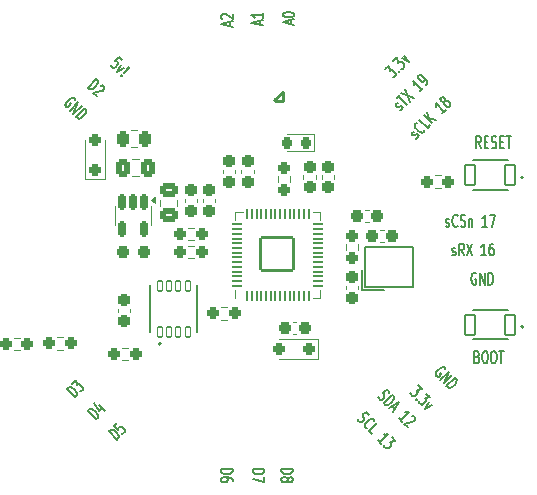
<source format=gto>
G04 #@! TF.GenerationSoftware,KiCad,Pcbnew,8.0.4*
G04 #@! TF.CreationDate,2024-10-01T08:13:03+02:00*
G04 #@! TF.ProjectId,RP2040_roundStamp_secondIteration,52503230-3430-45f7-926f-756e64537461,rev?*
G04 #@! TF.SameCoordinates,Original*
G04 #@! TF.FileFunction,Legend,Top*
G04 #@! TF.FilePolarity,Positive*
%FSLAX46Y46*%
G04 Gerber Fmt 4.6, Leading zero omitted, Abs format (unit mm)*
G04 Created by KiCad (PCBNEW 8.0.4) date 2024-10-01 08:13:03*
%MOMM*%
%LPD*%
G01*
G04 APERTURE LIST*
G04 Aperture macros list*
%AMRoundRect*
0 Rectangle with rounded corners*
0 $1 Rounding radius*
0 $2 $3 $4 $5 $6 $7 $8 $9 X,Y pos of 4 corners*
0 Add a 4 corners polygon primitive as box body*
4,1,4,$2,$3,$4,$5,$6,$7,$8,$9,$2,$3,0*
0 Add four circle primitives for the rounded corners*
1,1,$1+$1,$2,$3*
1,1,$1+$1,$4,$5*
1,1,$1+$1,$6,$7*
1,1,$1+$1,$8,$9*
0 Add four rect primitives between the rounded corners*
20,1,$1+$1,$2,$3,$4,$5,0*
20,1,$1+$1,$4,$5,$6,$7,0*
20,1,$1+$1,$6,$7,$8,$9,0*
20,1,$1+$1,$8,$9,$2,$3,0*%
%AMHorizOval*
0 Thick line with rounded ends*
0 $1 width*
0 $2 $3 position (X,Y) of the first rounded end (center of the circle)*
0 $4 $5 position (X,Y) of the second rounded end (center of the circle)*
0 Add line between two ends*
20,1,$1,$2,$3,$4,$5,0*
0 Add two circle primitives to create the rounded ends*
1,1,$1,$2,$3*
1,1,$1,$4,$5*%
G04 Aperture macros list end*
%ADD10C,0.150000*%
%ADD11C,0.254000*%
%ADD12C,0.120000*%
%ADD13C,0.127000*%
%ADD14C,0.200000*%
%ADD15C,0.152400*%
%ADD16R,1.500000X1.000000*%
%ADD17RoundRect,0.237500X-0.300000X-0.237500X0.300000X-0.237500X0.300000X0.237500X-0.300000X0.237500X0*%
%ADD18RoundRect,0.250000X0.250000X0.250000X-0.250000X0.250000X-0.250000X-0.250000X0.250000X-0.250000X0*%
%ADD19RoundRect,0.237500X0.237500X-0.300000X0.237500X0.300000X-0.237500X0.300000X-0.237500X-0.300000X0*%
%ADD20RoundRect,0.237500X0.300000X0.237500X-0.300000X0.237500X-0.300000X-0.237500X0.300000X-0.237500X0*%
%ADD21RoundRect,0.237500X0.237500X-0.250000X0.237500X0.250000X-0.237500X0.250000X-0.237500X-0.250000X0*%
%ADD22RoundRect,0.237500X-0.250000X-0.237500X0.250000X-0.237500X0.250000X0.237500X-0.250000X0.237500X0*%
%ADD23RoundRect,0.250000X0.475000X-0.337500X0.475000X0.337500X-0.475000X0.337500X-0.475000X-0.337500X0*%
%ADD24RoundRect,0.237500X-0.237500X0.300000X-0.237500X-0.300000X0.237500X-0.300000X0.237500X0.300000X0*%
%ADD25RoundRect,0.250000X-0.337500X-0.475000X0.337500X-0.475000X0.337500X0.475000X-0.337500X0.475000X0*%
%ADD26RoundRect,0.150000X-0.150000X0.512500X-0.150000X-0.512500X0.150000X-0.512500X0.150000X0.512500X0*%
%ADD27RoundRect,0.218750X0.218750X0.256250X-0.218750X0.256250X-0.218750X-0.256250X0.218750X-0.256250X0*%
%ADD28RoundRect,0.102000X0.400000X0.850000X-0.400000X0.850000X-0.400000X-0.850000X0.400000X-0.850000X0*%
%ADD29RoundRect,0.250000X0.250000X-0.250000X0.250000X0.250000X-0.250000X0.250000X-0.250000X-0.250000X0*%
%ADD30RoundRect,0.237500X-0.237500X0.250000X-0.237500X-0.250000X0.237500X-0.250000X0.237500X0.250000X0*%
%ADD31RoundRect,0.050000X0.050000X-0.387500X0.050000X0.387500X-0.050000X0.387500X-0.050000X-0.387500X0*%
%ADD32RoundRect,0.050000X0.387500X-0.050000X0.387500X0.050000X-0.387500X0.050000X-0.387500X-0.050000X0*%
%ADD33RoundRect,0.135000X1.365000X-1.390000X1.365000X1.390000X-1.365000X1.390000X-1.365000X-1.390000X0*%
%ADD34RoundRect,0.065500X0.196500X-0.441500X0.196500X0.441500X-0.196500X0.441500X-0.196500X-0.441500X0*%
%ADD35R,1.400000X1.200000*%
%ADD36RoundRect,0.243750X0.243750X0.456250X-0.243750X0.456250X-0.243750X-0.456250X0.243750X-0.456250X0*%
%ADD37C,0.650000*%
%ADD38R,1.450000X0.600000*%
%ADD39R,1.450000X0.300000*%
%ADD40O,2.100000X1.200000*%
%ADD41O,1.800000X1.200000*%
%ADD42RoundRect,0.237500X0.250000X0.237500X-0.250000X0.237500X-0.250000X-0.237500X0.250000X-0.237500X0*%
%ADD43HorizOval,1.778000X-0.628618X0.628618X0.628618X-0.628618X0*%
%ADD44C,1.778000*%
%ADD45HorizOval,1.778000X-0.628618X-0.628618X0.628618X0.628618X0*%
%ADD46O,1.778000X3.556000*%
%ADD47HorizOval,1.778000X0.628618X-0.628618X-0.628618X0.628618X0*%
%ADD48O,3.556000X1.778000*%
%ADD49HorizOval,1.778000X0.628618X0.628618X-0.628618X-0.628618X0*%
G04 APERTURE END LIST*
D10*
X168191332Y-56260350D02*
X168497745Y-55953937D01*
X168497745Y-55953937D02*
X168602127Y-56388303D01*
X168602127Y-56388303D02*
X168672838Y-56317592D01*
X168672838Y-56317592D02*
X168753650Y-56304123D01*
X168753650Y-56304123D02*
X168810892Y-56314225D01*
X168810892Y-56314225D02*
X168901806Y-56357998D01*
X168901806Y-56357998D02*
X169070164Y-56526357D01*
X169070164Y-56526357D02*
X169113938Y-56617271D01*
X169113938Y-56617271D02*
X169124039Y-56674513D01*
X169124039Y-56674513D02*
X169110571Y-56755325D01*
X169110571Y-56755325D02*
X168969149Y-56896746D01*
X168969149Y-56896746D02*
X168888337Y-56910215D01*
X168888337Y-56910215D02*
X168831095Y-56900113D01*
X169349640Y-56381568D02*
X169406882Y-56391670D01*
X169406882Y-56391670D02*
X169416984Y-56448912D01*
X169416984Y-56448912D02*
X169359742Y-56438810D01*
X169359742Y-56438810D02*
X169349640Y-56381568D01*
X169349640Y-56381568D02*
X169416984Y-56448912D01*
X168898438Y-55553243D02*
X169204851Y-55246830D01*
X169204851Y-55246830D02*
X169309234Y-55681196D01*
X169309234Y-55681196D02*
X169379945Y-55610485D01*
X169379945Y-55610485D02*
X169460757Y-55597017D01*
X169460757Y-55597017D02*
X169517999Y-55607118D01*
X169517999Y-55607118D02*
X169608912Y-55650891D01*
X169608912Y-55650891D02*
X169777271Y-55819250D01*
X169777271Y-55819250D02*
X169821044Y-55910164D01*
X169821044Y-55910164D02*
X169831146Y-55967406D01*
X169831146Y-55967406D02*
X169817677Y-56048218D01*
X169817677Y-56048218D02*
X169676256Y-56189639D01*
X169676256Y-56189639D02*
X169595444Y-56203108D01*
X169595444Y-56203108D02*
X169538202Y-56193007D01*
X169605545Y-55317541D02*
X170194801Y-55671094D01*
X170194801Y-55671094D02*
X169841248Y-55081839D01*
X143029683Y-57795579D02*
X143736789Y-57088472D01*
X143736789Y-57088472D02*
X143854641Y-57206323D01*
X143854641Y-57206323D02*
X143891679Y-57310706D01*
X143891679Y-57310706D02*
X143871476Y-57425190D01*
X143871476Y-57425190D02*
X143827703Y-57516103D01*
X143827703Y-57516103D02*
X143716586Y-57674361D01*
X143716586Y-57674361D02*
X143615571Y-57775376D01*
X143615571Y-57775376D02*
X143457314Y-57886493D01*
X143457314Y-57886493D02*
X143366400Y-57930266D01*
X143366400Y-57930266D02*
X143251916Y-57950469D01*
X143251916Y-57950469D02*
X143147534Y-57913430D01*
X143147534Y-57913430D02*
X143029683Y-57795579D01*
X144140850Y-57627220D02*
X144198092Y-57617119D01*
X144198092Y-57617119D02*
X144278905Y-57630587D01*
X144278905Y-57630587D02*
X144396756Y-57748438D01*
X144396756Y-57748438D02*
X144410224Y-57829251D01*
X144410224Y-57829251D02*
X144400123Y-57886493D01*
X144400123Y-57886493D02*
X144356350Y-57977406D01*
X144356350Y-57977406D02*
X144289006Y-58044750D01*
X144289006Y-58044750D02*
X144164421Y-58122195D01*
X144164421Y-58122195D02*
X143477517Y-58243413D01*
X143477517Y-58243413D02*
X143783930Y-58549826D01*
X175882017Y-73517438D02*
X175815350Y-73469819D01*
X175815350Y-73469819D02*
X175715350Y-73469819D01*
X175715350Y-73469819D02*
X175615350Y-73517438D01*
X175615350Y-73517438D02*
X175548684Y-73612676D01*
X175548684Y-73612676D02*
X175515350Y-73707914D01*
X175515350Y-73707914D02*
X175482017Y-73898390D01*
X175482017Y-73898390D02*
X175482017Y-74041247D01*
X175482017Y-74041247D02*
X175515350Y-74231723D01*
X175515350Y-74231723D02*
X175548684Y-74326961D01*
X175548684Y-74326961D02*
X175615350Y-74422200D01*
X175615350Y-74422200D02*
X175715350Y-74469819D01*
X175715350Y-74469819D02*
X175782017Y-74469819D01*
X175782017Y-74469819D02*
X175882017Y-74422200D01*
X175882017Y-74422200D02*
X175915350Y-74374580D01*
X175915350Y-74374580D02*
X175915350Y-74041247D01*
X175915350Y-74041247D02*
X175782017Y-74041247D01*
X176215350Y-74469819D02*
X176215350Y-73469819D01*
X176215350Y-73469819D02*
X176615350Y-74469819D01*
X176615350Y-74469819D02*
X176615350Y-73469819D01*
X176948683Y-74469819D02*
X176948683Y-73469819D01*
X176948683Y-73469819D02*
X177115350Y-73469819D01*
X177115350Y-73469819D02*
X177215350Y-73517438D01*
X177215350Y-73517438D02*
X177282017Y-73612676D01*
X177282017Y-73612676D02*
X177315350Y-73707914D01*
X177315350Y-73707914D02*
X177348683Y-73898390D01*
X177348683Y-73898390D02*
X177348683Y-74041247D01*
X177348683Y-74041247D02*
X177315350Y-74231723D01*
X177315350Y-74231723D02*
X177282017Y-74326961D01*
X177282017Y-74326961D02*
X177215350Y-74422200D01*
X177215350Y-74422200D02*
X177115350Y-74469819D01*
X177115350Y-74469819D02*
X176948683Y-74469819D01*
X170989649Y-82991332D02*
X171296062Y-83297745D01*
X171296062Y-83297745D02*
X170861696Y-83402127D01*
X170861696Y-83402127D02*
X170932407Y-83472838D01*
X170932407Y-83472838D02*
X170945876Y-83553650D01*
X170945876Y-83553650D02*
X170935774Y-83610892D01*
X170935774Y-83610892D02*
X170892001Y-83701806D01*
X170892001Y-83701806D02*
X170723642Y-83870164D01*
X170723642Y-83870164D02*
X170632728Y-83913938D01*
X170632728Y-83913938D02*
X170575486Y-83924039D01*
X170575486Y-83924039D02*
X170494674Y-83910571D01*
X170494674Y-83910571D02*
X170353253Y-83769149D01*
X170353253Y-83769149D02*
X170339784Y-83688337D01*
X170339784Y-83688337D02*
X170349886Y-83631095D01*
X170868431Y-84149640D02*
X170858329Y-84206882D01*
X170858329Y-84206882D02*
X170801087Y-84216984D01*
X170801087Y-84216984D02*
X170811189Y-84159742D01*
X170811189Y-84159742D02*
X170868431Y-84149640D01*
X170868431Y-84149640D02*
X170801087Y-84216984D01*
X171696756Y-83698438D02*
X172003169Y-84004851D01*
X172003169Y-84004851D02*
X171568803Y-84109234D01*
X171568803Y-84109234D02*
X171639514Y-84179945D01*
X171639514Y-84179945D02*
X171652982Y-84260757D01*
X171652982Y-84260757D02*
X171642881Y-84317999D01*
X171642881Y-84317999D02*
X171599108Y-84408912D01*
X171599108Y-84408912D02*
X171430749Y-84577271D01*
X171430749Y-84577271D02*
X171339835Y-84621044D01*
X171339835Y-84621044D02*
X171282593Y-84631146D01*
X171282593Y-84631146D02*
X171201781Y-84617677D01*
X171201781Y-84617677D02*
X171060360Y-84476256D01*
X171060360Y-84476256D02*
X171046891Y-84395444D01*
X171046891Y-84395444D02*
X171056992Y-84338202D01*
X171932458Y-84405545D02*
X171578905Y-84994801D01*
X171578905Y-84994801D02*
X172168160Y-84641248D01*
X173882017Y-71962256D02*
X173948684Y-72009875D01*
X173948684Y-72009875D02*
X174082017Y-72009875D01*
X174082017Y-72009875D02*
X174148684Y-71962256D01*
X174148684Y-71962256D02*
X174182017Y-71867017D01*
X174182017Y-71867017D02*
X174182017Y-71819398D01*
X174182017Y-71819398D02*
X174148684Y-71724160D01*
X174148684Y-71724160D02*
X174082017Y-71676541D01*
X174082017Y-71676541D02*
X173982017Y-71676541D01*
X173982017Y-71676541D02*
X173915350Y-71628922D01*
X173915350Y-71628922D02*
X173882017Y-71533684D01*
X173882017Y-71533684D02*
X173882017Y-71486065D01*
X173882017Y-71486065D02*
X173915350Y-71390827D01*
X173915350Y-71390827D02*
X173982017Y-71343208D01*
X173982017Y-71343208D02*
X174082017Y-71343208D01*
X174082017Y-71343208D02*
X174148684Y-71390827D01*
X174882017Y-72009875D02*
X174648684Y-71533684D01*
X174482017Y-72009875D02*
X174482017Y-71009875D01*
X174482017Y-71009875D02*
X174748684Y-71009875D01*
X174748684Y-71009875D02*
X174815351Y-71057494D01*
X174815351Y-71057494D02*
X174848684Y-71105113D01*
X174848684Y-71105113D02*
X174882017Y-71200351D01*
X174882017Y-71200351D02*
X174882017Y-71343208D01*
X174882017Y-71343208D02*
X174848684Y-71438446D01*
X174848684Y-71438446D02*
X174815351Y-71486065D01*
X174815351Y-71486065D02*
X174748684Y-71533684D01*
X174748684Y-71533684D02*
X174482017Y-71533684D01*
X175115351Y-71009875D02*
X175582017Y-72009875D01*
X175582017Y-71009875D02*
X175115351Y-72009875D01*
X176748684Y-72009875D02*
X176348684Y-72009875D01*
X176548684Y-72009875D02*
X176548684Y-71009875D01*
X176548684Y-71009875D02*
X176482017Y-71152732D01*
X176482017Y-71152732D02*
X176415351Y-71247970D01*
X176415351Y-71247970D02*
X176348684Y-71295589D01*
X177348684Y-71009875D02*
X177215351Y-71009875D01*
X177215351Y-71009875D02*
X177148684Y-71057494D01*
X177148684Y-71057494D02*
X177115351Y-71105113D01*
X177115351Y-71105113D02*
X177048684Y-71247970D01*
X177048684Y-71247970D02*
X177015351Y-71438446D01*
X177015351Y-71438446D02*
X177015351Y-71819398D01*
X177015351Y-71819398D02*
X177048684Y-71914636D01*
X177048684Y-71914636D02*
X177082018Y-71962256D01*
X177082018Y-71962256D02*
X177148684Y-72009875D01*
X177148684Y-72009875D02*
X177282018Y-72009875D01*
X177282018Y-72009875D02*
X177348684Y-71962256D01*
X177348684Y-71962256D02*
X177382018Y-71914636D01*
X177382018Y-71914636D02*
X177415351Y-71819398D01*
X177415351Y-71819398D02*
X177415351Y-71581303D01*
X177415351Y-71581303D02*
X177382018Y-71486065D01*
X177382018Y-71486065D02*
X177348684Y-71438446D01*
X177348684Y-71438446D02*
X177282018Y-71390827D01*
X177282018Y-71390827D02*
X177148684Y-71390827D01*
X177148684Y-71390827D02*
X177082018Y-71438446D01*
X177082018Y-71438446D02*
X177048684Y-71486065D01*
X177048684Y-71486065D02*
X177015351Y-71581303D01*
X167639784Y-83988337D02*
X167676823Y-84092719D01*
X167676823Y-84092719D02*
X167794674Y-84210571D01*
X167794674Y-84210571D02*
X167875486Y-84224039D01*
X167875486Y-84224039D02*
X167932728Y-84213938D01*
X167932728Y-84213938D02*
X168023642Y-84170164D01*
X168023642Y-84170164D02*
X168090986Y-84102821D01*
X168090986Y-84102821D02*
X168134759Y-84011907D01*
X168134759Y-84011907D02*
X168144860Y-83954665D01*
X168144860Y-83954665D02*
X168131392Y-83873853D01*
X168131392Y-83873853D02*
X168070783Y-83745900D01*
X168070783Y-83745900D02*
X168057314Y-83665088D01*
X168057314Y-83665088D02*
X168067415Y-83607846D01*
X168067415Y-83607846D02*
X168111189Y-83516932D01*
X168111189Y-83516932D02*
X168178532Y-83449589D01*
X168178532Y-83449589D02*
X168269446Y-83405816D01*
X168269446Y-83405816D02*
X168326688Y-83395714D01*
X168326688Y-83395714D02*
X168407500Y-83409183D01*
X168407500Y-83409183D02*
X168525351Y-83527034D01*
X168525351Y-83527034D02*
X168562390Y-83631416D01*
X168101087Y-84516984D02*
X168808194Y-83809877D01*
X168808194Y-83809877D02*
X168926045Y-83927728D01*
X168926045Y-83927728D02*
X168963084Y-84032110D01*
X168963084Y-84032110D02*
X168942881Y-84146594D01*
X168942881Y-84146594D02*
X168899108Y-84237508D01*
X168899108Y-84237508D02*
X168787991Y-84395765D01*
X168787991Y-84395765D02*
X168686976Y-84496781D01*
X168686976Y-84496781D02*
X168528719Y-84607897D01*
X168528719Y-84607897D02*
X168437805Y-84651671D01*
X168437805Y-84651671D02*
X168323321Y-84671874D01*
X168323321Y-84671874D02*
X168218938Y-84634835D01*
X168218938Y-84634835D02*
X168101087Y-84516984D01*
X168774522Y-84786358D02*
X169010225Y-85022060D01*
X168525351Y-84941248D02*
X169397450Y-84399133D01*
X169397450Y-84399133D02*
X168855335Y-85271231D01*
X169656722Y-86072618D02*
X169373879Y-85789776D01*
X169515301Y-85931197D02*
X170222407Y-85224090D01*
X170222407Y-85224090D02*
X170074252Y-85277965D01*
X170074252Y-85277965D02*
X169959768Y-85298168D01*
X169959768Y-85298168D02*
X169878956Y-85284699D01*
X170485047Y-85621417D02*
X170542289Y-85611316D01*
X170542289Y-85611316D02*
X170623102Y-85624784D01*
X170623102Y-85624784D02*
X170740953Y-85742635D01*
X170740953Y-85742635D02*
X170754421Y-85823448D01*
X170754421Y-85823448D02*
X170744320Y-85880690D01*
X170744320Y-85880690D02*
X170700547Y-85971603D01*
X170700547Y-85971603D02*
X170633203Y-86038947D01*
X170633203Y-86038947D02*
X170508618Y-86116392D01*
X170508618Y-86116392D02*
X169821714Y-86237610D01*
X169821714Y-86237610D02*
X170128127Y-86544023D01*
X175998684Y-80596009D02*
X176098684Y-80643628D01*
X176098684Y-80643628D02*
X176132017Y-80691247D01*
X176132017Y-80691247D02*
X176165350Y-80786485D01*
X176165350Y-80786485D02*
X176165350Y-80929342D01*
X176165350Y-80929342D02*
X176132017Y-81024580D01*
X176132017Y-81024580D02*
X176098684Y-81072200D01*
X176098684Y-81072200D02*
X176032017Y-81119819D01*
X176032017Y-81119819D02*
X175765350Y-81119819D01*
X175765350Y-81119819D02*
X175765350Y-80119819D01*
X175765350Y-80119819D02*
X175998684Y-80119819D01*
X175998684Y-80119819D02*
X176065350Y-80167438D01*
X176065350Y-80167438D02*
X176098684Y-80215057D01*
X176098684Y-80215057D02*
X176132017Y-80310295D01*
X176132017Y-80310295D02*
X176132017Y-80405533D01*
X176132017Y-80405533D02*
X176098684Y-80500771D01*
X176098684Y-80500771D02*
X176065350Y-80548390D01*
X176065350Y-80548390D02*
X175998684Y-80596009D01*
X175998684Y-80596009D02*
X175765350Y-80596009D01*
X176598684Y-80119819D02*
X176732017Y-80119819D01*
X176732017Y-80119819D02*
X176798684Y-80167438D01*
X176798684Y-80167438D02*
X176865350Y-80262676D01*
X176865350Y-80262676D02*
X176898684Y-80453152D01*
X176898684Y-80453152D02*
X176898684Y-80786485D01*
X176898684Y-80786485D02*
X176865350Y-80976961D01*
X176865350Y-80976961D02*
X176798684Y-81072200D01*
X176798684Y-81072200D02*
X176732017Y-81119819D01*
X176732017Y-81119819D02*
X176598684Y-81119819D01*
X176598684Y-81119819D02*
X176532017Y-81072200D01*
X176532017Y-81072200D02*
X176465350Y-80976961D01*
X176465350Y-80976961D02*
X176432017Y-80786485D01*
X176432017Y-80786485D02*
X176432017Y-80453152D01*
X176432017Y-80453152D02*
X176465350Y-80262676D01*
X176465350Y-80262676D02*
X176532017Y-80167438D01*
X176532017Y-80167438D02*
X176598684Y-80119819D01*
X177332017Y-80119819D02*
X177465350Y-80119819D01*
X177465350Y-80119819D02*
X177532017Y-80167438D01*
X177532017Y-80167438D02*
X177598683Y-80262676D01*
X177598683Y-80262676D02*
X177632017Y-80453152D01*
X177632017Y-80453152D02*
X177632017Y-80786485D01*
X177632017Y-80786485D02*
X177598683Y-80976961D01*
X177598683Y-80976961D02*
X177532017Y-81072200D01*
X177532017Y-81072200D02*
X177465350Y-81119819D01*
X177465350Y-81119819D02*
X177332017Y-81119819D01*
X177332017Y-81119819D02*
X177265350Y-81072200D01*
X177265350Y-81072200D02*
X177198683Y-80976961D01*
X177198683Y-80976961D02*
X177165350Y-80786485D01*
X177165350Y-80786485D02*
X177165350Y-80453152D01*
X177165350Y-80453152D02*
X177198683Y-80262676D01*
X177198683Y-80262676D02*
X177265350Y-80167438D01*
X177265350Y-80167438D02*
X177332017Y-80119819D01*
X177832016Y-80119819D02*
X178232016Y-80119819D01*
X178032016Y-81119819D02*
X178032016Y-80119819D01*
X173332017Y-69522200D02*
X173398684Y-69569819D01*
X173398684Y-69569819D02*
X173532017Y-69569819D01*
X173532017Y-69569819D02*
X173598684Y-69522200D01*
X173598684Y-69522200D02*
X173632017Y-69426961D01*
X173632017Y-69426961D02*
X173632017Y-69379342D01*
X173632017Y-69379342D02*
X173598684Y-69284104D01*
X173598684Y-69284104D02*
X173532017Y-69236485D01*
X173532017Y-69236485D02*
X173432017Y-69236485D01*
X173432017Y-69236485D02*
X173365350Y-69188866D01*
X173365350Y-69188866D02*
X173332017Y-69093628D01*
X173332017Y-69093628D02*
X173332017Y-69046009D01*
X173332017Y-69046009D02*
X173365350Y-68950771D01*
X173365350Y-68950771D02*
X173432017Y-68903152D01*
X173432017Y-68903152D02*
X173532017Y-68903152D01*
X173532017Y-68903152D02*
X173598684Y-68950771D01*
X174332017Y-69474580D02*
X174298684Y-69522200D01*
X174298684Y-69522200D02*
X174198684Y-69569819D01*
X174198684Y-69569819D02*
X174132017Y-69569819D01*
X174132017Y-69569819D02*
X174032017Y-69522200D01*
X174032017Y-69522200D02*
X173965351Y-69426961D01*
X173965351Y-69426961D02*
X173932017Y-69331723D01*
X173932017Y-69331723D02*
X173898684Y-69141247D01*
X173898684Y-69141247D02*
X173898684Y-68998390D01*
X173898684Y-68998390D02*
X173932017Y-68807914D01*
X173932017Y-68807914D02*
X173965351Y-68712676D01*
X173965351Y-68712676D02*
X174032017Y-68617438D01*
X174032017Y-68617438D02*
X174132017Y-68569819D01*
X174132017Y-68569819D02*
X174198684Y-68569819D01*
X174198684Y-68569819D02*
X174298684Y-68617438D01*
X174298684Y-68617438D02*
X174332017Y-68665057D01*
X174598684Y-69522200D02*
X174698684Y-69569819D01*
X174698684Y-69569819D02*
X174865351Y-69569819D01*
X174865351Y-69569819D02*
X174932017Y-69522200D01*
X174932017Y-69522200D02*
X174965351Y-69474580D01*
X174965351Y-69474580D02*
X174998684Y-69379342D01*
X174998684Y-69379342D02*
X174998684Y-69284104D01*
X174998684Y-69284104D02*
X174965351Y-69188866D01*
X174965351Y-69188866D02*
X174932017Y-69141247D01*
X174932017Y-69141247D02*
X174865351Y-69093628D01*
X174865351Y-69093628D02*
X174732017Y-69046009D01*
X174732017Y-69046009D02*
X174665351Y-68998390D01*
X174665351Y-68998390D02*
X174632017Y-68950771D01*
X174632017Y-68950771D02*
X174598684Y-68855533D01*
X174598684Y-68855533D02*
X174598684Y-68760295D01*
X174598684Y-68760295D02*
X174632017Y-68665057D01*
X174632017Y-68665057D02*
X174665351Y-68617438D01*
X174665351Y-68617438D02*
X174732017Y-68569819D01*
X174732017Y-68569819D02*
X174898684Y-68569819D01*
X174898684Y-68569819D02*
X174998684Y-68617438D01*
X175298684Y-68903152D02*
X175298684Y-69569819D01*
X175298684Y-68998390D02*
X175332018Y-68950771D01*
X175332018Y-68950771D02*
X175398684Y-68903152D01*
X175398684Y-68903152D02*
X175498684Y-68903152D01*
X175498684Y-68903152D02*
X175565351Y-68950771D01*
X175565351Y-68950771D02*
X175598684Y-69046009D01*
X175598684Y-69046009D02*
X175598684Y-69569819D01*
X176832017Y-69569819D02*
X176432017Y-69569819D01*
X176632017Y-69569819D02*
X176632017Y-68569819D01*
X176632017Y-68569819D02*
X176565350Y-68712676D01*
X176565350Y-68712676D02*
X176498684Y-68807914D01*
X176498684Y-68807914D02*
X176432017Y-68855533D01*
X177065351Y-68569819D02*
X177532017Y-68569819D01*
X177532017Y-68569819D02*
X177232017Y-69569819D01*
X159380180Y-90115350D02*
X160380180Y-90115350D01*
X160380180Y-90115350D02*
X160380180Y-90282017D01*
X160380180Y-90282017D02*
X160332561Y-90382017D01*
X160332561Y-90382017D02*
X160237323Y-90448684D01*
X160237323Y-90448684D02*
X160142085Y-90482017D01*
X160142085Y-90482017D02*
X159951609Y-90515350D01*
X159951609Y-90515350D02*
X159808752Y-90515350D01*
X159808752Y-90515350D02*
X159618276Y-90482017D01*
X159618276Y-90482017D02*
X159523038Y-90448684D01*
X159523038Y-90448684D02*
X159427800Y-90382017D01*
X159427800Y-90382017D02*
X159380180Y-90282017D01*
X159380180Y-90282017D02*
X159380180Y-90115350D01*
X159951609Y-90915350D02*
X159999228Y-90848684D01*
X159999228Y-90848684D02*
X160046847Y-90815350D01*
X160046847Y-90815350D02*
X160142085Y-90782017D01*
X160142085Y-90782017D02*
X160189704Y-90782017D01*
X160189704Y-90782017D02*
X160284942Y-90815350D01*
X160284942Y-90815350D02*
X160332561Y-90848684D01*
X160332561Y-90848684D02*
X160380180Y-90915350D01*
X160380180Y-90915350D02*
X160380180Y-91048684D01*
X160380180Y-91048684D02*
X160332561Y-91115350D01*
X160332561Y-91115350D02*
X160284942Y-91148684D01*
X160284942Y-91148684D02*
X160189704Y-91182017D01*
X160189704Y-91182017D02*
X160142085Y-91182017D01*
X160142085Y-91182017D02*
X160046847Y-91148684D01*
X160046847Y-91148684D02*
X159999228Y-91115350D01*
X159999228Y-91115350D02*
X159951609Y-91048684D01*
X159951609Y-91048684D02*
X159951609Y-90915350D01*
X159951609Y-90915350D02*
X159903990Y-90848684D01*
X159903990Y-90848684D02*
X159856371Y-90815350D01*
X159856371Y-90815350D02*
X159761133Y-90782017D01*
X159761133Y-90782017D02*
X159570657Y-90782017D01*
X159570657Y-90782017D02*
X159475419Y-90815350D01*
X159475419Y-90815350D02*
X159427800Y-90848684D01*
X159427800Y-90848684D02*
X159380180Y-90915350D01*
X159380180Y-90915350D02*
X159380180Y-91048684D01*
X159380180Y-91048684D02*
X159427800Y-91115350D01*
X159427800Y-91115350D02*
X159475419Y-91148684D01*
X159475419Y-91148684D02*
X159570657Y-91182017D01*
X159570657Y-91182017D02*
X159761133Y-91182017D01*
X159761133Y-91182017D02*
X159856371Y-91148684D01*
X159856371Y-91148684D02*
X159903990Y-91115350D01*
X159903990Y-91115350D02*
X159951609Y-91048684D01*
X141945579Y-84020316D02*
X141238472Y-83313210D01*
X141238472Y-83313210D02*
X141356323Y-83195358D01*
X141356323Y-83195358D02*
X141460706Y-83158320D01*
X141460706Y-83158320D02*
X141575190Y-83178523D01*
X141575190Y-83178523D02*
X141666103Y-83222296D01*
X141666103Y-83222296D02*
X141824361Y-83333413D01*
X141824361Y-83333413D02*
X141925376Y-83434428D01*
X141925376Y-83434428D02*
X142036493Y-83592685D01*
X142036493Y-83592685D02*
X142080266Y-83683599D01*
X142080266Y-83683599D02*
X142100469Y-83798083D01*
X142100469Y-83798083D02*
X142063430Y-83902465D01*
X142063430Y-83902465D02*
X141945579Y-84020316D01*
X141686306Y-82865375D02*
X141992719Y-82558962D01*
X141992719Y-82558962D02*
X142097102Y-82993328D01*
X142097102Y-82993328D02*
X142167812Y-82922617D01*
X142167812Y-82922617D02*
X142248625Y-82909149D01*
X142248625Y-82909149D02*
X142305867Y-82919250D01*
X142305867Y-82919250D02*
X142396780Y-82963023D01*
X142396780Y-82963023D02*
X142565139Y-83131382D01*
X142565139Y-83131382D02*
X142608912Y-83222296D01*
X142608912Y-83222296D02*
X142619014Y-83279538D01*
X142619014Y-83279538D02*
X142605545Y-83360350D01*
X142605545Y-83360350D02*
X142464124Y-83501771D01*
X142464124Y-83501771D02*
X142383312Y-83515240D01*
X142383312Y-83515240D02*
X142326070Y-83505139D01*
X165889784Y-85888337D02*
X165926823Y-85992719D01*
X165926823Y-85992719D02*
X166044674Y-86110571D01*
X166044674Y-86110571D02*
X166125486Y-86124039D01*
X166125486Y-86124039D02*
X166182728Y-86113938D01*
X166182728Y-86113938D02*
X166273642Y-86070164D01*
X166273642Y-86070164D02*
X166340986Y-86002821D01*
X166340986Y-86002821D02*
X166384759Y-85911907D01*
X166384759Y-85911907D02*
X166394860Y-85854665D01*
X166394860Y-85854665D02*
X166381392Y-85773853D01*
X166381392Y-85773853D02*
X166320783Y-85645900D01*
X166320783Y-85645900D02*
X166307314Y-85565088D01*
X166307314Y-85565088D02*
X166317415Y-85507846D01*
X166317415Y-85507846D02*
X166361189Y-85416932D01*
X166361189Y-85416932D02*
X166428532Y-85349589D01*
X166428532Y-85349589D02*
X166519446Y-85305816D01*
X166519446Y-85305816D02*
X166576688Y-85295714D01*
X166576688Y-85295714D02*
X166657500Y-85309183D01*
X166657500Y-85309183D02*
X166775351Y-85427034D01*
X166775351Y-85427034D02*
X166812390Y-85531416D01*
X166701274Y-86632483D02*
X166644032Y-86642584D01*
X166644032Y-86642584D02*
X166539649Y-86605545D01*
X166539649Y-86605545D02*
X166492509Y-86558405D01*
X166492509Y-86558405D02*
X166455470Y-86454023D01*
X166455470Y-86454023D02*
X166475673Y-86339539D01*
X166475673Y-86339539D02*
X166519446Y-86248625D01*
X166519446Y-86248625D02*
X166630563Y-86090368D01*
X166630563Y-86090368D02*
X166731578Y-85989352D01*
X166731578Y-85989352D02*
X166889835Y-85878236D01*
X166889835Y-85878236D02*
X166980749Y-85834462D01*
X166980749Y-85834462D02*
X167095233Y-85814259D01*
X167095233Y-85814259D02*
X167199615Y-85851298D01*
X167199615Y-85851298D02*
X167246756Y-85898439D01*
X167246756Y-85898439D02*
X167283795Y-86002821D01*
X167283795Y-86002821D02*
X167273693Y-86060063D01*
X167081764Y-87147661D02*
X166846062Y-86911958D01*
X166846062Y-86911958D02*
X167553169Y-86204852D01*
X167883152Y-87949048D02*
X167600309Y-87666206D01*
X167741731Y-87807627D02*
X168448837Y-87100520D01*
X168448837Y-87100520D02*
X168300682Y-87154395D01*
X168300682Y-87154395D02*
X168186198Y-87174598D01*
X168186198Y-87174598D02*
X168105386Y-87161129D01*
X168755251Y-87406933D02*
X169061664Y-87713346D01*
X169061664Y-87713346D02*
X168627298Y-87817729D01*
X168627298Y-87817729D02*
X168698009Y-87888439D01*
X168698009Y-87888439D02*
X168711477Y-87969252D01*
X168711477Y-87969252D02*
X168701376Y-88026494D01*
X168701376Y-88026494D02*
X168657603Y-88117407D01*
X168657603Y-88117407D02*
X168489244Y-88285766D01*
X168489244Y-88285766D02*
X168398330Y-88329539D01*
X168398330Y-88329539D02*
X168341088Y-88339641D01*
X168341088Y-88339641D02*
X168260276Y-88326172D01*
X168260276Y-88326172D02*
X168118855Y-88184751D01*
X168118855Y-88184751D02*
X168105386Y-88103939D01*
X168105386Y-88103939D02*
X168115487Y-88046697D01*
X155034104Y-52567982D02*
X155034104Y-52234649D01*
X155319819Y-52634649D02*
X154319819Y-52401316D01*
X154319819Y-52401316D02*
X155319819Y-52167982D01*
X154415057Y-51967982D02*
X154367438Y-51934649D01*
X154367438Y-51934649D02*
X154319819Y-51867982D01*
X154319819Y-51867982D02*
X154319819Y-51701316D01*
X154319819Y-51701316D02*
X154367438Y-51634649D01*
X154367438Y-51634649D02*
X154415057Y-51601316D01*
X154415057Y-51601316D02*
X154510295Y-51567982D01*
X154510295Y-51567982D02*
X154605533Y-51567982D01*
X154605533Y-51567982D02*
X154748390Y-51601316D01*
X154748390Y-51601316D02*
X155319819Y-52001316D01*
X155319819Y-52001316D02*
X155319819Y-51567982D01*
X160234104Y-52417982D02*
X160234104Y-52084649D01*
X160519819Y-52484649D02*
X159519819Y-52251316D01*
X159519819Y-52251316D02*
X160519819Y-52017982D01*
X159519819Y-51651316D02*
X159519819Y-51584649D01*
X159519819Y-51584649D02*
X159567438Y-51517982D01*
X159567438Y-51517982D02*
X159615057Y-51484649D01*
X159615057Y-51484649D02*
X159710295Y-51451316D01*
X159710295Y-51451316D02*
X159900771Y-51417982D01*
X159900771Y-51417982D02*
X160138866Y-51417982D01*
X160138866Y-51417982D02*
X160329342Y-51451316D01*
X160329342Y-51451316D02*
X160424580Y-51484649D01*
X160424580Y-51484649D02*
X160472200Y-51517982D01*
X160472200Y-51517982D02*
X160519819Y-51584649D01*
X160519819Y-51584649D02*
X160519819Y-51651316D01*
X160519819Y-51651316D02*
X160472200Y-51717982D01*
X160472200Y-51717982D02*
X160424580Y-51751316D01*
X160424580Y-51751316D02*
X160329342Y-51784649D01*
X160329342Y-51784649D02*
X160138866Y-51817982D01*
X160138866Y-51817982D02*
X159900771Y-51817982D01*
X159900771Y-51817982D02*
X159710295Y-51784649D01*
X159710295Y-51784649D02*
X159615057Y-51751316D01*
X159615057Y-51751316D02*
X159567438Y-51717982D01*
X159567438Y-51717982D02*
X159519819Y-51651316D01*
X176315350Y-62919819D02*
X176082017Y-62443628D01*
X175915350Y-62919819D02*
X175915350Y-61919819D01*
X175915350Y-61919819D02*
X176182017Y-61919819D01*
X176182017Y-61919819D02*
X176248684Y-61967438D01*
X176248684Y-61967438D02*
X176282017Y-62015057D01*
X176282017Y-62015057D02*
X176315350Y-62110295D01*
X176315350Y-62110295D02*
X176315350Y-62253152D01*
X176315350Y-62253152D02*
X176282017Y-62348390D01*
X176282017Y-62348390D02*
X176248684Y-62396009D01*
X176248684Y-62396009D02*
X176182017Y-62443628D01*
X176182017Y-62443628D02*
X175915350Y-62443628D01*
X176615350Y-62396009D02*
X176848684Y-62396009D01*
X176948684Y-62919819D02*
X176615350Y-62919819D01*
X176615350Y-62919819D02*
X176615350Y-61919819D01*
X176615350Y-61919819D02*
X176948684Y-61919819D01*
X177215350Y-62872200D02*
X177315350Y-62919819D01*
X177315350Y-62919819D02*
X177482017Y-62919819D01*
X177482017Y-62919819D02*
X177548683Y-62872200D01*
X177548683Y-62872200D02*
X177582017Y-62824580D01*
X177582017Y-62824580D02*
X177615350Y-62729342D01*
X177615350Y-62729342D02*
X177615350Y-62634104D01*
X177615350Y-62634104D02*
X177582017Y-62538866D01*
X177582017Y-62538866D02*
X177548683Y-62491247D01*
X177548683Y-62491247D02*
X177482017Y-62443628D01*
X177482017Y-62443628D02*
X177348683Y-62396009D01*
X177348683Y-62396009D02*
X177282017Y-62348390D01*
X177282017Y-62348390D02*
X177248683Y-62300771D01*
X177248683Y-62300771D02*
X177215350Y-62205533D01*
X177215350Y-62205533D02*
X177215350Y-62110295D01*
X177215350Y-62110295D02*
X177248683Y-62015057D01*
X177248683Y-62015057D02*
X177282017Y-61967438D01*
X177282017Y-61967438D02*
X177348683Y-61919819D01*
X177348683Y-61919819D02*
X177515350Y-61919819D01*
X177515350Y-61919819D02*
X177615350Y-61967438D01*
X177915350Y-62396009D02*
X178148684Y-62396009D01*
X178248684Y-62919819D02*
X177915350Y-62919819D01*
X177915350Y-62919819D02*
X177915350Y-61919819D01*
X177915350Y-61919819D02*
X178248684Y-61919819D01*
X178448683Y-61919819D02*
X178848683Y-61919819D01*
X178648683Y-62919819D02*
X178648683Y-61919819D01*
X157584104Y-52467982D02*
X157584104Y-52134649D01*
X157869819Y-52534649D02*
X156869819Y-52301316D01*
X156869819Y-52301316D02*
X157869819Y-52067982D01*
X157869819Y-51467982D02*
X157869819Y-51867982D01*
X157869819Y-51667982D02*
X156869819Y-51667982D01*
X156869819Y-51667982D02*
X157012676Y-51734649D01*
X157012676Y-51734649D02*
X157107914Y-51801316D01*
X157107914Y-51801316D02*
X157155533Y-51867982D01*
X141962390Y-58831416D02*
X141948921Y-58750604D01*
X141948921Y-58750604D02*
X141878211Y-58679893D01*
X141878211Y-58679893D02*
X141773828Y-58642855D01*
X141773828Y-58642855D02*
X141659344Y-58663058D01*
X141659344Y-58663058D02*
X141568431Y-58706831D01*
X141568431Y-58706831D02*
X141410173Y-58817948D01*
X141410173Y-58817948D02*
X141309158Y-58918963D01*
X141309158Y-58918963D02*
X141198041Y-59077220D01*
X141198041Y-59077220D02*
X141154268Y-59168134D01*
X141154268Y-59168134D02*
X141134065Y-59282618D01*
X141134065Y-59282618D02*
X141171104Y-59387000D01*
X141171104Y-59387000D02*
X141218244Y-59434141D01*
X141218244Y-59434141D02*
X141322627Y-59471180D01*
X141322627Y-59471180D02*
X141379869Y-59461078D01*
X141379869Y-59461078D02*
X141615571Y-59225376D01*
X141615571Y-59225376D02*
X141521290Y-59131095D01*
X141524657Y-59740554D02*
X142231764Y-59033447D01*
X142231764Y-59033447D02*
X141807500Y-60023396D01*
X141807500Y-60023396D02*
X142514607Y-59316290D01*
X142043202Y-60259098D02*
X142750309Y-59551992D01*
X142750309Y-59551992D02*
X142868160Y-59669843D01*
X142868160Y-59669843D02*
X142905199Y-59774225D01*
X142905199Y-59774225D02*
X142884996Y-59888709D01*
X142884996Y-59888709D02*
X142841223Y-59979623D01*
X142841223Y-59979623D02*
X142730106Y-60137880D01*
X142730106Y-60137880D02*
X142629091Y-60238895D01*
X142629091Y-60238895D02*
X142470833Y-60350012D01*
X142470833Y-60350012D02*
X142379920Y-60393785D01*
X142379920Y-60393785D02*
X142265436Y-60413988D01*
X142265436Y-60413988D02*
X142161053Y-60376950D01*
X142161053Y-60376950D02*
X142043202Y-60259098D01*
X169488337Y-59710215D02*
X169569149Y-59696746D01*
X169569149Y-59696746D02*
X169663430Y-59602465D01*
X169663430Y-59602465D02*
X169676899Y-59521653D01*
X169676899Y-59521653D02*
X169633125Y-59430739D01*
X169633125Y-59430739D02*
X169599454Y-59397068D01*
X169599454Y-59397068D02*
X169508540Y-59353294D01*
X169508540Y-59353294D02*
X169427728Y-59366763D01*
X169427728Y-59366763D02*
X169357017Y-59437474D01*
X169357017Y-59437474D02*
X169276205Y-59450942D01*
X169276205Y-59450942D02*
X169185291Y-59407169D01*
X169185291Y-59407169D02*
X169151619Y-59373497D01*
X169151619Y-59373497D02*
X169107846Y-59282584D01*
X169107846Y-59282584D02*
X169121315Y-59201771D01*
X169121315Y-59201771D02*
X169192026Y-59131061D01*
X169192026Y-59131061D02*
X169272838Y-59117592D01*
X169168456Y-58683226D02*
X169451298Y-58400384D01*
X170016984Y-59248912D02*
X169309877Y-58541805D01*
X169569149Y-58282533D02*
X170606239Y-58659656D01*
X169899132Y-57952549D02*
X170276256Y-58989639D01*
X171431197Y-57834698D02*
X171148354Y-58117541D01*
X171289776Y-57976120D02*
X170582669Y-57269013D01*
X170582669Y-57269013D02*
X170636544Y-57417169D01*
X170636544Y-57417169D02*
X170656747Y-57531653D01*
X170656747Y-57531653D02*
X170643278Y-57612465D01*
X171666900Y-57598996D02*
X171761180Y-57504715D01*
X171761180Y-57504715D02*
X171774649Y-57423903D01*
X171774649Y-57423903D02*
X171764548Y-57366661D01*
X171764548Y-57366661D02*
X171710673Y-57218505D01*
X171710673Y-57218505D02*
X171599556Y-57060248D01*
X171599556Y-57060248D02*
X171330182Y-56790874D01*
X171330182Y-56790874D02*
X171239268Y-56747101D01*
X171239268Y-56747101D02*
X171182026Y-56736999D01*
X171182026Y-56736999D02*
X171101214Y-56750468D01*
X171101214Y-56750468D02*
X171006933Y-56844749D01*
X171006933Y-56844749D02*
X170993464Y-56925561D01*
X170993464Y-56925561D02*
X171003566Y-56982803D01*
X171003566Y-56982803D02*
X171047339Y-57073717D01*
X171047339Y-57073717D02*
X171215698Y-57242075D01*
X171215698Y-57242075D02*
X171306612Y-57285849D01*
X171306612Y-57285849D02*
X171363854Y-57295950D01*
X171363854Y-57295950D02*
X171444666Y-57282481D01*
X171444666Y-57282481D02*
X171538947Y-57188200D01*
X171538947Y-57188200D02*
X171552416Y-57107388D01*
X171552416Y-57107388D02*
X171542314Y-57050146D01*
X171542314Y-57050146D02*
X171498541Y-56959233D01*
X145495579Y-87620316D02*
X144788472Y-86913210D01*
X144788472Y-86913210D02*
X144906323Y-86795358D01*
X144906323Y-86795358D02*
X145010706Y-86758320D01*
X145010706Y-86758320D02*
X145125190Y-86778523D01*
X145125190Y-86778523D02*
X145216103Y-86822296D01*
X145216103Y-86822296D02*
X145374361Y-86933413D01*
X145374361Y-86933413D02*
X145475376Y-87034428D01*
X145475376Y-87034428D02*
X145586493Y-87192685D01*
X145586493Y-87192685D02*
X145630266Y-87283599D01*
X145630266Y-87283599D02*
X145650469Y-87398083D01*
X145650469Y-87398083D02*
X145613430Y-87502465D01*
X145613430Y-87502465D02*
X145495579Y-87620316D01*
X145519149Y-86182533D02*
X145283447Y-86418235D01*
X145283447Y-86418235D02*
X145596594Y-86778523D01*
X145596594Y-86778523D02*
X145586493Y-86721281D01*
X145586493Y-86721281D02*
X145599961Y-86640468D01*
X145599961Y-86640468D02*
X145717812Y-86522617D01*
X145717812Y-86522617D02*
X145798625Y-86509149D01*
X145798625Y-86509149D02*
X145855867Y-86519250D01*
X145855867Y-86519250D02*
X145946780Y-86563023D01*
X145946780Y-86563023D02*
X146115139Y-86731382D01*
X146115139Y-86731382D02*
X146158912Y-86822296D01*
X146158912Y-86822296D02*
X146169014Y-86879538D01*
X146169014Y-86879538D02*
X146155545Y-86960350D01*
X146155545Y-86960350D02*
X146037694Y-87078201D01*
X146037694Y-87078201D02*
X145956882Y-87091670D01*
X145956882Y-87091670D02*
X145899640Y-87081568D01*
X154280180Y-90115350D02*
X155280180Y-90115350D01*
X155280180Y-90115350D02*
X155280180Y-90282017D01*
X155280180Y-90282017D02*
X155232561Y-90382017D01*
X155232561Y-90382017D02*
X155137323Y-90448684D01*
X155137323Y-90448684D02*
X155042085Y-90482017D01*
X155042085Y-90482017D02*
X154851609Y-90515350D01*
X154851609Y-90515350D02*
X154708752Y-90515350D01*
X154708752Y-90515350D02*
X154518276Y-90482017D01*
X154518276Y-90482017D02*
X154423038Y-90448684D01*
X154423038Y-90448684D02*
X154327800Y-90382017D01*
X154327800Y-90382017D02*
X154280180Y-90282017D01*
X154280180Y-90282017D02*
X154280180Y-90115350D01*
X155280180Y-91115350D02*
X155280180Y-90982017D01*
X155280180Y-90982017D02*
X155232561Y-90915350D01*
X155232561Y-90915350D02*
X155184942Y-90882017D01*
X155184942Y-90882017D02*
X155042085Y-90815350D01*
X155042085Y-90815350D02*
X154851609Y-90782017D01*
X154851609Y-90782017D02*
X154470657Y-90782017D01*
X154470657Y-90782017D02*
X154375419Y-90815350D01*
X154375419Y-90815350D02*
X154327800Y-90848684D01*
X154327800Y-90848684D02*
X154280180Y-90915350D01*
X154280180Y-90915350D02*
X154280180Y-91048684D01*
X154280180Y-91048684D02*
X154327800Y-91115350D01*
X154327800Y-91115350D02*
X154375419Y-91148684D01*
X154375419Y-91148684D02*
X154470657Y-91182017D01*
X154470657Y-91182017D02*
X154708752Y-91182017D01*
X154708752Y-91182017D02*
X154803990Y-91148684D01*
X154803990Y-91148684D02*
X154851609Y-91115350D01*
X154851609Y-91115350D02*
X154899228Y-91048684D01*
X154899228Y-91048684D02*
X154899228Y-90915350D01*
X154899228Y-90915350D02*
X154851609Y-90848684D01*
X154851609Y-90848684D02*
X154803990Y-90815350D01*
X154803990Y-90815350D02*
X154708752Y-90782017D01*
X170838337Y-62110215D02*
X170919149Y-62096746D01*
X170919149Y-62096746D02*
X171013430Y-62002465D01*
X171013430Y-62002465D02*
X171026899Y-61921653D01*
X171026899Y-61921653D02*
X170983125Y-61830739D01*
X170983125Y-61830739D02*
X170949454Y-61797068D01*
X170949454Y-61797068D02*
X170858540Y-61753294D01*
X170858540Y-61753294D02*
X170777728Y-61766763D01*
X170777728Y-61766763D02*
X170707017Y-61837474D01*
X170707017Y-61837474D02*
X170626205Y-61850942D01*
X170626205Y-61850942D02*
X170535291Y-61807169D01*
X170535291Y-61807169D02*
X170501619Y-61773497D01*
X170501619Y-61773497D02*
X170457846Y-61682584D01*
X170457846Y-61682584D02*
X170471315Y-61601771D01*
X170471315Y-61601771D02*
X170542026Y-61531061D01*
X170542026Y-61531061D02*
X170622838Y-61517592D01*
X171511772Y-61369436D02*
X171521874Y-61426678D01*
X171521874Y-61426678D02*
X171484835Y-61531061D01*
X171484835Y-61531061D02*
X171437694Y-61578201D01*
X171437694Y-61578201D02*
X171333312Y-61615240D01*
X171333312Y-61615240D02*
X171218828Y-61595037D01*
X171218828Y-61595037D02*
X171127914Y-61551264D01*
X171127914Y-61551264D02*
X170969657Y-61440147D01*
X170969657Y-61440147D02*
X170868642Y-61339132D01*
X170868642Y-61339132D02*
X170757525Y-61180874D01*
X170757525Y-61180874D02*
X170713752Y-61089961D01*
X170713752Y-61089961D02*
X170693549Y-60975477D01*
X170693549Y-60975477D02*
X170730588Y-60871094D01*
X170730588Y-60871094D02*
X170777728Y-60823954D01*
X170777728Y-60823954D02*
X170882110Y-60786915D01*
X170882110Y-60786915D02*
X170939352Y-60797016D01*
X172026950Y-60988945D02*
X171791248Y-61224648D01*
X171791248Y-61224648D02*
X171084141Y-60517541D01*
X172191942Y-60823954D02*
X171484835Y-60116847D01*
X172474785Y-60541111D02*
X171858591Y-60349182D01*
X171767678Y-59834004D02*
X171888896Y-60520908D01*
X173323312Y-59692583D02*
X173040470Y-59975426D01*
X173181891Y-59834004D02*
X172474784Y-59126897D01*
X172474784Y-59126897D02*
X172528659Y-59275053D01*
X172528659Y-59275053D02*
X172548862Y-59389537D01*
X172548862Y-59389537D02*
X172535393Y-59470349D01*
X173202094Y-59005679D02*
X173121282Y-59019148D01*
X173121282Y-59019148D02*
X173064040Y-59009046D01*
X173064040Y-59009046D02*
X172973126Y-58965273D01*
X172973126Y-58965273D02*
X172939455Y-58931601D01*
X172939455Y-58931601D02*
X172895681Y-58840687D01*
X172895681Y-58840687D02*
X172885580Y-58783445D01*
X172885580Y-58783445D02*
X172899049Y-58702633D01*
X172899049Y-58702633D02*
X172993330Y-58608352D01*
X172993330Y-58608352D02*
X173074142Y-58594884D01*
X173074142Y-58594884D02*
X173131384Y-58604985D01*
X173131384Y-58604985D02*
X173222297Y-58648758D01*
X173222297Y-58648758D02*
X173255969Y-58682430D01*
X173255969Y-58682430D02*
X173299742Y-58773344D01*
X173299742Y-58773344D02*
X173309844Y-58830586D01*
X173309844Y-58830586D02*
X173296375Y-58911398D01*
X173296375Y-58911398D02*
X173202094Y-59005679D01*
X173202094Y-59005679D02*
X173188626Y-59086491D01*
X173188626Y-59086491D02*
X173198727Y-59143733D01*
X173198727Y-59143733D02*
X173242500Y-59234647D01*
X173242500Y-59234647D02*
X173377187Y-59369334D01*
X173377187Y-59369334D02*
X173468101Y-59413107D01*
X173468101Y-59413107D02*
X173525343Y-59423209D01*
X173525343Y-59423209D02*
X173606155Y-59409740D01*
X173606155Y-59409740D02*
X173700436Y-59315459D01*
X173700436Y-59315459D02*
X173713905Y-59234647D01*
X173713905Y-59234647D02*
X173703803Y-59177405D01*
X173703803Y-59177405D02*
X173660030Y-59086491D01*
X173660030Y-59086491D02*
X173525343Y-58951804D01*
X173525343Y-58951804D02*
X173434429Y-58908031D01*
X173434429Y-58908031D02*
X173377187Y-58897929D01*
X173377187Y-58897929D02*
X173296375Y-58911398D01*
X173312390Y-81631416D02*
X173298921Y-81550604D01*
X173298921Y-81550604D02*
X173228211Y-81479893D01*
X173228211Y-81479893D02*
X173123828Y-81442855D01*
X173123828Y-81442855D02*
X173009344Y-81463058D01*
X173009344Y-81463058D02*
X172918431Y-81506831D01*
X172918431Y-81506831D02*
X172760173Y-81617948D01*
X172760173Y-81617948D02*
X172659158Y-81718963D01*
X172659158Y-81718963D02*
X172548041Y-81877220D01*
X172548041Y-81877220D02*
X172504268Y-81968134D01*
X172504268Y-81968134D02*
X172484065Y-82082618D01*
X172484065Y-82082618D02*
X172521104Y-82187000D01*
X172521104Y-82187000D02*
X172568244Y-82234141D01*
X172568244Y-82234141D02*
X172672627Y-82271180D01*
X172672627Y-82271180D02*
X172729869Y-82261078D01*
X172729869Y-82261078D02*
X172965571Y-82025376D01*
X172965571Y-82025376D02*
X172871290Y-81931095D01*
X172874657Y-82540554D02*
X173581764Y-81833447D01*
X173581764Y-81833447D02*
X173157500Y-82823396D01*
X173157500Y-82823396D02*
X173864607Y-82116290D01*
X173393202Y-83059098D02*
X174100309Y-82351992D01*
X174100309Y-82351992D02*
X174218160Y-82469843D01*
X174218160Y-82469843D02*
X174255199Y-82574225D01*
X174255199Y-82574225D02*
X174234996Y-82688709D01*
X174234996Y-82688709D02*
X174191223Y-82779623D01*
X174191223Y-82779623D02*
X174080106Y-82937880D01*
X174080106Y-82937880D02*
X173979091Y-83038895D01*
X173979091Y-83038895D02*
X173820833Y-83150012D01*
X173820833Y-83150012D02*
X173729920Y-83193785D01*
X173729920Y-83193785D02*
X173615436Y-83213988D01*
X173615436Y-83213988D02*
X173511053Y-83176950D01*
X173511053Y-83176950D02*
X173393202Y-83059098D01*
X156980180Y-90115350D02*
X157980180Y-90115350D01*
X157980180Y-90115350D02*
X157980180Y-90282017D01*
X157980180Y-90282017D02*
X157932561Y-90382017D01*
X157932561Y-90382017D02*
X157837323Y-90448684D01*
X157837323Y-90448684D02*
X157742085Y-90482017D01*
X157742085Y-90482017D02*
X157551609Y-90515350D01*
X157551609Y-90515350D02*
X157408752Y-90515350D01*
X157408752Y-90515350D02*
X157218276Y-90482017D01*
X157218276Y-90482017D02*
X157123038Y-90448684D01*
X157123038Y-90448684D02*
X157027800Y-90382017D01*
X157027800Y-90382017D02*
X156980180Y-90282017D01*
X156980180Y-90282017D02*
X156980180Y-90115350D01*
X157980180Y-90748684D02*
X157980180Y-91215350D01*
X157980180Y-91215350D02*
X156980180Y-90915350D01*
X143745579Y-85870316D02*
X143038472Y-85163210D01*
X143038472Y-85163210D02*
X143156323Y-85045358D01*
X143156323Y-85045358D02*
X143260706Y-85008320D01*
X143260706Y-85008320D02*
X143375190Y-85028523D01*
X143375190Y-85028523D02*
X143466103Y-85072296D01*
X143466103Y-85072296D02*
X143624361Y-85183413D01*
X143624361Y-85183413D02*
X143725376Y-85284428D01*
X143725376Y-85284428D02*
X143836493Y-85442685D01*
X143836493Y-85442685D02*
X143880266Y-85533599D01*
X143880266Y-85533599D02*
X143900469Y-85648083D01*
X143900469Y-85648083D02*
X143863430Y-85752465D01*
X143863430Y-85752465D02*
X143745579Y-85870316D01*
X143981281Y-84691805D02*
X144452686Y-85163210D01*
X143594056Y-84540282D02*
X143981281Y-85163210D01*
X143981281Y-85163210D02*
X144287694Y-84856797D01*
X145922492Y-55474174D02*
X145686789Y-55238472D01*
X145686789Y-55238472D02*
X145326502Y-55551619D01*
X145326502Y-55551619D02*
X145383744Y-55541518D01*
X145383744Y-55541518D02*
X145464556Y-55554987D01*
X145464556Y-55554987D02*
X145582407Y-55672838D01*
X145582407Y-55672838D02*
X145595876Y-55753650D01*
X145595876Y-55753650D02*
X145585774Y-55810892D01*
X145585774Y-55810892D02*
X145542001Y-55901806D01*
X145542001Y-55901806D02*
X145373642Y-56070164D01*
X145373642Y-56070164D02*
X145282728Y-56113938D01*
X145282728Y-56113938D02*
X145225486Y-56124039D01*
X145225486Y-56124039D02*
X145144674Y-56110571D01*
X145144674Y-56110571D02*
X145026823Y-55992719D01*
X145026823Y-55992719D02*
X145013354Y-55911907D01*
X145013354Y-55911907D02*
X145023456Y-55854665D01*
X145875351Y-55898439D02*
X145521798Y-56487694D01*
X145521798Y-56487694D02*
X146111054Y-56134141D01*
X145895554Y-56726764D02*
X145885453Y-56784006D01*
X145885453Y-56784006D02*
X145828211Y-56794107D01*
X145828211Y-56794107D02*
X145838312Y-56736865D01*
X145838312Y-56736865D02*
X145895554Y-56726764D01*
X145895554Y-56726764D02*
X145828211Y-56794107D01*
X146097585Y-56524733D02*
X146478076Y-56097102D01*
X146478076Y-56097102D02*
X146535318Y-56087000D01*
X146535318Y-56087000D02*
X146525216Y-56144242D01*
X146525216Y-56144242D02*
X146097585Y-56524733D01*
X146097585Y-56524733D02*
X146535318Y-56087000D01*
D11*
X158825025Y-58850152D02*
X159525050Y-58149873D01*
X158875013Y-58950025D02*
X159575038Y-58950025D01*
X159575038Y-58250000D02*
X159575038Y-58950025D01*
D12*
X160403732Y-78660000D02*
X160696267Y-78660001D01*
X160403733Y-77639999D02*
X160696268Y-77640000D01*
X162510000Y-79050000D02*
X159250000Y-79050000D01*
X162510000Y-80750000D02*
X159250000Y-80750000D01*
X162510000Y-80750000D02*
X162510000Y-79050000D01*
X161289999Y-65508767D02*
X161290000Y-65216232D01*
X162310000Y-65508768D02*
X162310001Y-65216233D01*
X159131792Y-65782482D02*
X159131791Y-65273034D01*
X160176791Y-65782482D02*
X160176790Y-65273034D01*
X145932776Y-79827501D02*
X146442224Y-79827500D01*
X145932776Y-80872500D02*
X146442224Y-80872499D01*
X156039999Y-65046267D02*
X156040000Y-64753732D01*
X157060000Y-65046268D02*
X157060001Y-64753733D01*
X149130258Y-67798752D02*
X149130258Y-67276248D01*
X150600258Y-67798752D02*
X150600258Y-67276248D01*
X145590000Y-76520814D02*
X145589999Y-76813349D01*
X146610001Y-76520815D02*
X146610000Y-76813350D01*
X146804511Y-63834596D02*
X147327015Y-63834596D01*
X146804511Y-65304596D02*
X147327015Y-65304596D01*
X145290000Y-68637500D02*
X145290000Y-67837500D01*
X145290000Y-68637500D02*
X145290000Y-69437500D01*
X148410000Y-68637500D02*
X148410000Y-67837500D01*
X148410000Y-68637500D02*
X148410000Y-69437500D01*
X148690000Y-67577500D02*
X148360000Y-67337500D01*
X148690000Y-67097500D01*
X148690000Y-67577500D01*
G36*
X148690000Y-67577500D02*
G01*
X148360000Y-67337500D01*
X148690000Y-67097500D01*
X148690000Y-67577500D01*
G37*
X151495276Y-71177501D02*
X152004724Y-71177500D01*
X151495276Y-72222500D02*
X152004724Y-72222499D01*
X159894441Y-63200766D02*
X162179440Y-63200766D01*
X162179440Y-63200766D02*
X162179441Y-61730766D01*
X162179441Y-61730766D02*
X159894441Y-61730766D01*
D13*
X178600000Y-63950000D02*
X175600000Y-63950000D01*
X178600000Y-66450000D02*
X175600000Y-66450000D01*
D14*
X179899998Y-65400000D02*
G75*
G02*
X179700000Y-65400000I-99999J0D01*
G01*
X179700000Y-65400000D02*
G75*
G02*
X179899998Y-65400000I99999J0D01*
G01*
D12*
X151495276Y-69677501D02*
X152004724Y-69677500D01*
X151495276Y-70722500D02*
X152004724Y-70722499D01*
X142808571Y-65498257D02*
X142808571Y-62238257D01*
X142808571Y-65498257D02*
X144508571Y-65498257D01*
X144508571Y-65498257D02*
X144508571Y-62238257D01*
X166503732Y-69160000D02*
X166796267Y-69160001D01*
X166503733Y-68139999D02*
X166796268Y-68140000D01*
X164877500Y-71057776D02*
X164877501Y-71567224D01*
X165922499Y-71057776D02*
X165922500Y-71567224D01*
X152789999Y-67508767D02*
X152790000Y-67216232D01*
X153810000Y-67508768D02*
X153810001Y-67216233D01*
X172382776Y-65227501D02*
X172892224Y-65227500D01*
X172382776Y-66272500D02*
X172892224Y-66272499D01*
X155506394Y-68365795D02*
X156156394Y-68365795D01*
X155506394Y-69015795D02*
X155506394Y-68365795D01*
X155506394Y-74935795D02*
X155506394Y-75585795D01*
X162726394Y-68365795D02*
X162076394Y-68365795D01*
X162726394Y-69015795D02*
X162726394Y-68365795D01*
X162726394Y-74935795D02*
X162726394Y-75585795D01*
X162726394Y-75585795D02*
X162076394Y-75585795D01*
D13*
X148300000Y-78517082D02*
X148300000Y-74517082D01*
X152300000Y-78517082D02*
X152300000Y-74517082D01*
D14*
X149200001Y-79477083D02*
G75*
G02*
X148999999Y-79477083I-100001J0D01*
G01*
X148999999Y-79477083D02*
G75*
G02*
X149200001Y-79477083I100001J0D01*
G01*
D12*
X168096267Y-70910001D02*
X167803732Y-70910000D01*
X168096268Y-69890000D02*
X167803733Y-69889999D01*
D15*
X166257100Y-73235713D02*
X166257100Y-74892914D01*
X166257100Y-74892914D02*
X168114301Y-74892914D01*
X166485701Y-71307087D02*
X170542901Y-71307087D01*
X166485701Y-74664313D02*
X166485701Y-71307087D01*
X170542901Y-71307087D02*
X170542901Y-74664313D01*
X170542901Y-74664313D02*
X166485701Y-74664313D01*
D12*
X147190759Y-61412178D02*
X146673603Y-61412178D01*
X147190759Y-62832178D02*
X146673603Y-62832178D01*
X154489999Y-65046267D02*
X154490000Y-64753732D01*
X155510000Y-65046268D02*
X155510001Y-64753733D01*
X164889999Y-74858767D02*
X164890000Y-74566232D01*
X165910000Y-74858768D02*
X165910001Y-74566233D01*
X140426792Y-78937409D02*
X140936240Y-78937408D01*
X140426792Y-79982408D02*
X140936240Y-79982407D01*
D13*
X178600000Y-76609437D02*
X175600000Y-76609437D01*
X178600000Y-79109437D02*
X175600000Y-79109437D01*
D14*
X179899998Y-78059437D02*
G75*
G02*
X179700000Y-78059437I-99999J0D01*
G01*
X179700000Y-78059437D02*
G75*
G02*
X179899998Y-78059437I99999J0D01*
G01*
D12*
X162839999Y-65496267D02*
X162840000Y-65203732D01*
X163860000Y-65496268D02*
X163860001Y-65203733D01*
X151239999Y-67508767D02*
X151240000Y-67216232D01*
X152260000Y-67508768D02*
X152260001Y-67216233D01*
X137246895Y-78977833D02*
X136737447Y-78977834D01*
X137246895Y-80022832D02*
X136737447Y-80022833D01*
X154295276Y-76394583D02*
X154804724Y-76394582D01*
X154295276Y-77439582D02*
X154804724Y-77439581D01*
%LPC*%
D16*
X153300076Y-53700026D03*
X153300076Y-57000000D03*
X158200000Y-57000000D03*
X158200000Y-53700026D03*
D17*
X159687500Y-78150000D03*
X161412500Y-78150000D03*
D18*
X161750000Y-79900000D03*
X159250000Y-79900000D03*
D19*
X161800000Y-66225000D03*
X161800000Y-64500000D03*
D20*
X147762500Y-71700000D03*
X146037500Y-71700000D03*
D21*
X159654291Y-66440258D03*
X159654291Y-64615258D03*
D22*
X145275000Y-80350000D03*
X147100000Y-80350000D03*
D19*
X156550000Y-65762500D03*
X156550000Y-64037500D03*
D23*
X149865258Y-68575000D03*
X149865258Y-66500000D03*
D24*
X146100000Y-75804582D03*
X146100000Y-77529582D03*
D25*
X146028263Y-64569596D03*
X148103263Y-64569596D03*
D26*
X147800000Y-67500000D03*
X146850000Y-67500000D03*
X145900000Y-67500000D03*
X145900000Y-69775000D03*
X147800000Y-69775000D03*
D22*
X150837500Y-71700000D03*
X152662500Y-71700000D03*
D27*
X161481941Y-62465766D03*
X159906941Y-62465766D03*
D28*
X178800000Y-65200000D03*
X175400000Y-65200000D03*
D22*
X150837500Y-70200000D03*
X152662500Y-70200000D03*
D29*
X143658571Y-64738257D03*
X143658571Y-62238257D03*
D17*
X165787500Y-68650000D03*
X167512500Y-68650000D03*
D30*
X165400000Y-70400000D03*
X165400000Y-72225000D03*
D19*
X153300000Y-68225000D03*
X153300000Y-66500000D03*
D22*
X171725000Y-65750000D03*
X173550000Y-65750000D03*
D31*
X156516394Y-75413295D03*
X156916394Y-75413294D03*
X157316394Y-75413295D03*
X157716394Y-75413295D03*
X158116394Y-75413295D03*
X158516394Y-75413295D03*
X158916393Y-75413295D03*
X159316394Y-75413295D03*
X159716394Y-75413295D03*
X160116394Y-75413295D03*
X160516394Y-75413295D03*
X160916393Y-75413295D03*
X161316394Y-75413295D03*
X161716394Y-75413295D03*
D32*
X162553894Y-74575795D03*
X162553893Y-74175795D03*
X162553894Y-73775795D03*
X162553894Y-73375795D03*
X162553894Y-72975795D03*
X162553894Y-72575795D03*
X162553894Y-72175796D03*
X162553894Y-71775795D03*
X162553894Y-71375795D03*
X162553894Y-70975795D03*
X162553894Y-70575795D03*
X162553894Y-70175796D03*
X162553894Y-69775795D03*
X162553894Y-69375795D03*
D31*
X161716394Y-68538295D03*
X161316394Y-68538296D03*
X160916394Y-68538295D03*
X160516394Y-68538295D03*
X160116394Y-68538295D03*
X159716394Y-68538295D03*
X159316395Y-68538295D03*
X158916394Y-68538295D03*
X158516394Y-68538295D03*
X158116394Y-68538295D03*
X157716394Y-68538295D03*
X157316395Y-68538295D03*
X156916394Y-68538295D03*
X156516394Y-68538295D03*
D32*
X155678894Y-69375795D03*
X155678895Y-69775795D03*
X155678894Y-70175795D03*
X155678894Y-70575795D03*
X155678894Y-70975795D03*
X155678894Y-71375795D03*
X155678894Y-71775794D03*
X155678894Y-72175795D03*
X155678894Y-72575795D03*
X155678894Y-72975795D03*
X155678894Y-73375795D03*
X155678894Y-73775794D03*
X155678894Y-74175795D03*
X155678894Y-74575795D03*
D33*
X159016394Y-71900795D03*
D34*
X149100000Y-78467082D03*
X149900000Y-78467082D03*
X150700000Y-78467082D03*
X151500000Y-78467082D03*
X151500000Y-74567082D03*
X150700000Y-74567082D03*
X149900000Y-74567082D03*
X149100000Y-74567082D03*
D20*
X168812500Y-70400000D03*
X167087500Y-70400000D03*
D35*
X167414225Y-73835840D03*
X169614377Y-73835840D03*
X169614377Y-72135814D03*
X167414225Y-72135814D03*
D36*
X147869681Y-62122178D03*
X145994681Y-62122178D03*
D19*
X155000000Y-65762500D03*
X155000000Y-64037500D03*
D37*
X141605484Y-69276136D03*
X141605484Y-75056135D03*
D38*
X143020484Y-68916136D03*
X143020484Y-69716136D03*
D39*
X143020484Y-70916136D03*
X143020484Y-71916136D03*
X143020485Y-72416136D03*
X143020484Y-73416136D03*
D38*
X143020484Y-74616136D03*
X143020484Y-75416136D03*
X143020484Y-75416136D03*
X143020484Y-74616136D03*
D39*
X143020484Y-73916136D03*
X143020484Y-72916136D03*
X143020484Y-71416136D03*
X143020484Y-70416136D03*
D38*
X143020484Y-69716136D03*
X143020484Y-68916136D03*
D40*
X142105484Y-67841136D03*
D41*
X137925484Y-67841136D03*
D40*
X142105484Y-76491136D03*
D41*
X137925484Y-76491136D03*
D19*
X165400000Y-75575000D03*
X165400000Y-73850000D03*
D22*
X139769016Y-79459908D03*
X141594016Y-79459908D03*
D28*
X178800000Y-77859437D03*
X175400000Y-77859437D03*
D19*
X163350000Y-66212500D03*
X163350000Y-64487500D03*
X151750000Y-68225000D03*
X151750000Y-66500000D03*
D42*
X137904671Y-79500333D03*
X136079671Y-79500333D03*
D43*
X142850240Y-53293006D03*
D44*
X143896758Y-54353667D03*
D43*
X141082473Y-55060775D03*
D44*
X142128991Y-56121433D03*
D43*
X139314706Y-56828541D03*
D44*
X140361224Y-57889201D03*
X140333711Y-84872659D03*
D45*
X139273050Y-85919177D03*
D44*
X142101477Y-86640426D03*
D45*
X141040817Y-87686944D03*
D44*
X143869244Y-88408193D03*
D45*
X142808584Y-89454711D03*
D44*
X154777220Y-92999319D03*
D46*
X154767219Y-94489320D03*
D44*
X157377220Y-92999319D03*
D46*
X157367220Y-94489320D03*
D44*
X159877219Y-92999319D03*
D46*
X159867220Y-94489319D03*
D44*
X169929352Y-89242204D03*
D47*
X170975870Y-90302865D03*
D44*
X171697119Y-87474438D03*
D47*
X172743637Y-88535097D03*
D44*
X173464886Y-85706670D03*
D47*
X174511404Y-86767331D03*
D44*
X175195489Y-84112559D03*
D47*
X176242008Y-85173219D03*
D48*
X180355456Y-74131897D03*
D44*
X178865455Y-74121898D03*
D48*
X180355456Y-71531898D03*
D44*
X178865455Y-71521897D03*
D48*
X180355456Y-69031898D03*
D44*
X178865456Y-69021897D03*
D49*
X175443690Y-56904289D03*
D44*
X174383027Y-57950808D03*
D49*
X173675921Y-55136522D03*
D44*
X172615261Y-56183041D03*
D49*
X171908154Y-53368755D03*
D44*
X170847494Y-54415273D03*
D46*
X160041421Y-48310417D03*
D44*
X160031421Y-49800417D03*
D46*
X157441421Y-48310416D03*
D44*
X157431421Y-49800417D03*
D46*
X154941421Y-48310417D03*
D44*
X154931421Y-49800417D03*
D22*
X153637500Y-76917082D03*
X155462500Y-76917082D03*
%LPD*%
M02*

</source>
